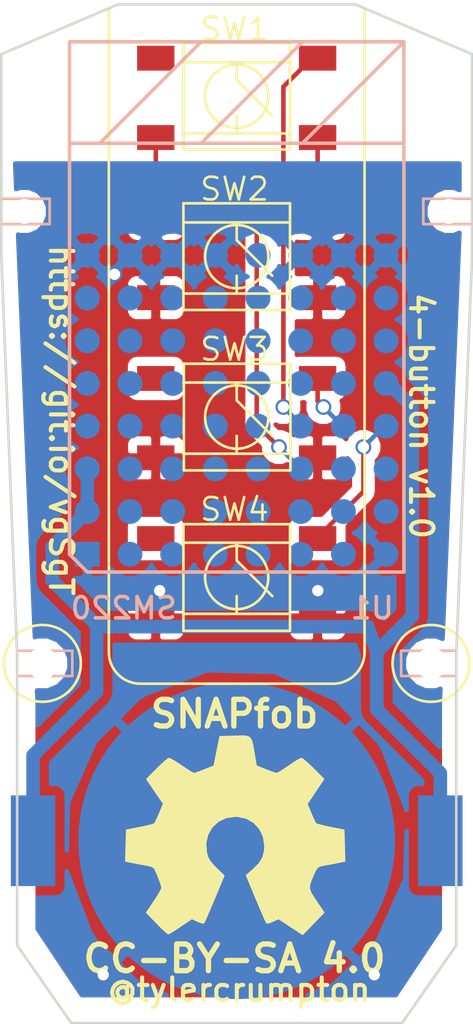
<source format=kicad_pcb>
(kicad_pcb (version 4) (host pcbnew "(2014-12-04 BZR 5312)-product")

  (general
    (links 29)
    (no_connects 4)
    (area 124.434686 50.371 161.9774 109.064)
    (thickness 1.6)
    (drawings 5)
    (tracks 59)
    (zones 0)
    (modules 8)
    (nets 39)
  )

  (page A4)
  (layers
    (0 F.Cu signal)
    (31 B.Cu signal)
    (32 B.Adhes user)
    (33 F.Adhes user)
    (34 B.Paste user)
    (35 F.Paste user)
    (36 B.SilkS user)
    (37 F.SilkS user hide)
    (38 B.Mask user)
    (39 F.Mask user)
    (40 Dwgs.User user)
    (41 Cmts.User user)
    (42 Eco1.User user)
    (43 Eco2.User user)
    (44 Edge.Cuts user)
    (45 Margin user)
    (46 B.CrtYd user)
    (47 F.CrtYd user)
    (48 B.Fab user)
    (49 F.Fab user)
  )

  (setup
    (last_trace_width 0.254)
    (trace_clearance 0.254)
    (zone_clearance 0.508)
    (zone_45_only no)
    (trace_min 0.254)
    (segment_width 0.2)
    (edge_width 0.1)
    (via_size 0.889)
    (via_drill 0.635)
    (via_min_size 0.889)
    (via_min_drill 0.508)
    (uvia_size 0.508)
    (uvia_drill 0.127)
    (uvias_allowed no)
    (uvia_min_size 0.508)
    (uvia_min_drill 0.127)
    (pcb_text_width 0.3)
    (pcb_text_size 1.5 1.5)
    (mod_edge_width 0.15)
    (mod_text_size 1 1)
    (mod_text_width 0.15)
    (pad_size 2.54 5.08)
    (pad_drill 0)
    (pad_to_mask_clearance 0)
    (aux_axis_origin 0 0)
    (visible_elements FFFFFF7F)
    (pcbplotparams
      (layerselection 0x01030_80000001)
      (usegerberextensions false)
      (excludeedgelayer true)
      (linewidth 0.100000)
      (plotframeref false)
      (viasonmask false)
      (mode 1)
      (useauxorigin false)
      (hpglpennumber 1)
      (hpglpenspeed 20)
      (hpglpendiameter 15)
      (hpglpenoverlay 2)
      (psnegative false)
      (psa4output false)
      (plotreference true)
      (plotvalue true)
      (plotinvisibletext false)
      (padsonsilk false)
      (subtractmaskfromsilk false)
      (outputformat 4)
      (mirror false)
      (drillshape 0)
      (scaleselection 1)
      (outputdirectory outputs/))
  )

  (net 0 "")
  (net 1 +3.3V)
  (net 2 GND)
  (net 3 "Net-(SW1-Pad1)")
  (net 4 "Net-(SW2-Pad1)")
  (net 5 "Net-(SW3-Pad1)")
  (net 6 "Net-(SW4-Pad1)")
  (net 7 "Net-(U1-PadB1)")
  (net 8 "Net-(U1-PadC1)")
  (net 9 "Net-(U1-PadD1)")
  (net 10 "Net-(U1-PadE1)")
  (net 11 "Net-(U1-PadF1)")
  (net 12 "Net-(U1-PadG1)")
  (net 13 "Net-(U1-PadB2)")
  (net 14 "Net-(U1-PadC2)")
  (net 15 "Net-(U1-PadD2)")
  (net 16 "Net-(U1-PadE2)")
  (net 17 "Net-(U1-PadF2)")
  (net 18 "Net-(U1-PadG2)")
  (net 19 "Net-(U1-PadH2)")
  (net 20 "Net-(U1-PadB3)")
  (net 21 "Net-(U1-PadC3)")
  (net 22 "Net-(U1-PadD3)")
  (net 23 "Net-(U1-PadE3)")
  (net 24 "Net-(U1-PadG3)")
  (net 25 "Net-(U1-PadH3)")
  (net 26 "Net-(U1-PadA4)")
  (net 27 "Net-(U1-PadB4)")
  (net 28 "Net-(U1-PadC4)")
  (net 29 "Net-(U1-PadA5)")
  (net 30 "Net-(U1-PadB5)")
  (net 31 "Net-(U1-PadC5)")
  (net 32 "Net-(U1-PadG5)")
  (net 33 "Net-(U1-PadA6)")
  (net 34 "Net-(U1-PadB6)")
  (net 35 "Net-(U1-PadH6)")
  (net 36 "Net-(U1-PadA7)")
  (net 37 "Net-(U1-PadB7)")
  (net 38 "Net-(U1-PadE8)")

  (net_class Default "This is the default net class."
    (clearance 0.254)
    (trace_width 0.254)
    (via_dia 0.889)
    (via_drill 0.635)
    (uvia_dia 0.508)
    (uvia_drill 0.127)
    (add_net GND)
    (add_net "Net-(SW1-Pad1)")
    (add_net "Net-(SW2-Pad1)")
    (add_net "Net-(SW3-Pad1)")
    (add_net "Net-(SW4-Pad1)")
    (add_net "Net-(U1-PadA4)")
    (add_net "Net-(U1-PadA5)")
    (add_net "Net-(U1-PadA6)")
    (add_net "Net-(U1-PadA7)")
    (add_net "Net-(U1-PadB1)")
    (add_net "Net-(U1-PadB2)")
    (add_net "Net-(U1-PadB3)")
    (add_net "Net-(U1-PadB4)")
    (add_net "Net-(U1-PadB5)")
    (add_net "Net-(U1-PadB6)")
    (add_net "Net-(U1-PadB7)")
    (add_net "Net-(U1-PadC1)")
    (add_net "Net-(U1-PadC2)")
    (add_net "Net-(U1-PadC3)")
    (add_net "Net-(U1-PadC4)")
    (add_net "Net-(U1-PadC5)")
    (add_net "Net-(U1-PadD1)")
    (add_net "Net-(U1-PadD2)")
    (add_net "Net-(U1-PadD3)")
    (add_net "Net-(U1-PadE1)")
    (add_net "Net-(U1-PadE2)")
    (add_net "Net-(U1-PadE3)")
    (add_net "Net-(U1-PadE8)")
    (add_net "Net-(U1-PadF1)")
    (add_net "Net-(U1-PadF2)")
    (add_net "Net-(U1-PadG1)")
    (add_net "Net-(U1-PadG2)")
    (add_net "Net-(U1-PadG3)")
    (add_net "Net-(U1-PadG5)")
    (add_net "Net-(U1-PadH2)")
    (add_net "Net-(U1-PadH3)")
    (add_net "Net-(U1-PadH6)")
  )

  (net_class VCC ""
    (clearance 0.254)
    (trace_width 0.762)
    (via_dia 0.889)
    (via_drill 0.635)
    (uvia_dia 0.508)
    (uvia_drill 0.127)
    (add_net +3.3V)
  )

  (module _CrumpPrints:CR2032_HOLDER (layer B.Cu) (tedit 56C162F5) (tstamp 56C0F93D)
    (at 142.125 97.875)
    (descr http://www.mouser.com/ds/2/238/bat-hld-001-220194.pdf)
    (tags "Linx Battery Holder 2032 bat-hld-001")
    (path /56C0EED7)
    (fp_text reference BT1 (at 0 -10.16) (layer B.SilkS) hide
      (effects (font (size 1 1) (thickness 0.15)) (justify mirror))
    )
    (fp_text value BATTERY (at 0 10.16) (layer B.SilkS) hide
      (effects (font (size 1 1) (thickness 0.15)) (justify mirror))
    )
    (pad 1 smd rect (at -11.45 0) (size 2.5 5.1) (layers B.Cu B.Paste B.Mask)
      (net 1 +3.3V))
    (pad 1 smd rect (at 11.45 0) (size 2.5 5.1) (layers B.Cu B.Paste B.Mask)
      (net 1 +3.3V))
    (pad 2 smd circle (at 0 0) (size 17.8 17.8) (layers B.Cu B.Paste B.Mask)
      (net 2 GND))
  )

  (module _CrumpPrints:6x6mm_pushbutton_smd (layer F.Cu) (tedit 56C0FB30) (tstamp 56C0F94B)
    (at 142.125 56.125)
    (descr "Based on TE Connectivity 2-1437565-8")
    (path /56C0E2E2)
    (fp_text reference SW1 (at 0 6) (layer F.SilkS) hide
      (effects (font (size 1.5 1.5) (thickness 0.15)))
    )
    (fp_text value SW1 (at -0.125 -3.875) (layer F.SilkS)
      (effects (font (size 1.27 1.27) (thickness 0.15)))
    )
    (fp_line (start 0 2) (end 3 2) (layer F.SilkS) (width 0.15))
    (fp_line (start 0 1) (end 0 2) (layer F.SilkS) (width 0.15))
    (fp_line (start 0 2) (end -3 2) (layer F.SilkS) (width 0.15))
    (fp_line (start 0 -2) (end 0 -1) (layer F.SilkS) (width 0.15))
    (fp_line (start 0 -1) (end 2 1) (layer F.SilkS) (width 0.15))
    (fp_line (start -3 -2) (end 3 -2) (layer F.SilkS) (width 0.15))
    (pad 2 smd rect (at 4.55 2.23) (size 2.1 1.4) (layers F.Cu F.Paste F.Mask)
      (net 2 GND))
    (pad 2 smd rect (at -4.55 2.23) (size 2.1 1.4) (layers F.Cu F.Paste F.Mask)
      (net 2 GND))
    (pad 1 smd rect (at -4.55 -2.23) (size 2.1 1.4) (layers F.Cu F.Paste F.Mask)
      (net 3 "Net-(SW1-Pad1)"))
    (pad 1 smd rect (at 4.55 -2.23) (size 2.1 1.4) (layers F.Cu F.Paste F.Mask)
      (net 3 "Net-(SW1-Pad1)"))
  )

  (module _CrumpPrints:6x6mm_pushbutton_smd (layer F.Cu) (tedit 56C0FB13) (tstamp 56C0F959)
    (at 142.125 65.125)
    (descr "Based on TE Connectivity 2-1437565-8")
    (path /56C0ED6E)
    (fp_text reference SW2 (at 0 6) (layer F.SilkS) hide
      (effects (font (size 1.5 1.5) (thickness 0.15)))
    )
    (fp_text value SW2 (at -0.125 -3.875) (layer F.SilkS)
      (effects (font (size 1.27 1.27) (thickness 0.15)))
    )
    (fp_line (start 0 2) (end 3 2) (layer F.SilkS) (width 0.15))
    (fp_line (start 0 1) (end 0 2) (layer F.SilkS) (width 0.15))
    (fp_line (start 0 2) (end -3 2) (layer F.SilkS) (width 0.15))
    (fp_line (start 0 -2) (end 0 -1) (layer F.SilkS) (width 0.15))
    (fp_line (start 0 -1) (end 2 1) (layer F.SilkS) (width 0.15))
    (fp_line (start -3 -2) (end 3 -2) (layer F.SilkS) (width 0.15))
    (pad 2 smd rect (at 4.55 2.23) (size 2.1 1.4) (layers F.Cu F.Paste F.Mask)
      (net 2 GND))
    (pad 2 smd rect (at -4.55 2.23) (size 2.1 1.4) (layers F.Cu F.Paste F.Mask)
      (net 2 GND))
    (pad 1 smd rect (at -4.55 -2.23) (size 2.1 1.4) (layers F.Cu F.Paste F.Mask)
      (net 4 "Net-(SW2-Pad1)"))
    (pad 1 smd rect (at 4.55 -2.23) (size 2.1 1.4) (layers F.Cu F.Paste F.Mask)
      (net 4 "Net-(SW2-Pad1)"))
  )

  (module _CrumpPrints:6x6mm_pushbutton_smd (layer F.Cu) (tedit 56C0FB26) (tstamp 56C0F967)
    (at 142.125 74.125)
    (descr "Based on TE Connectivity 2-1437565-8")
    (path /56C0EDBF)
    (fp_text reference SW3 (at 0 6) (layer F.SilkS) hide
      (effects (font (size 1.5 1.5) (thickness 0.15)))
    )
    (fp_text value SW3 (at -0.125 -3.875) (layer F.SilkS)
      (effects (font (size 1.27 1.27) (thickness 0.15)))
    )
    (fp_line (start 0 2) (end 3 2) (layer F.SilkS) (width 0.15))
    (fp_line (start 0 1) (end 0 2) (layer F.SilkS) (width 0.15))
    (fp_line (start 0 2) (end -3 2) (layer F.SilkS) (width 0.15))
    (fp_line (start 0 -2) (end 0 -1) (layer F.SilkS) (width 0.15))
    (fp_line (start 0 -1) (end 2 1) (layer F.SilkS) (width 0.15))
    (fp_line (start -3 -2) (end 3 -2) (layer F.SilkS) (width 0.15))
    (pad 2 smd rect (at 4.55 2.23) (size 2.1 1.4) (layers F.Cu F.Paste F.Mask)
      (net 2 GND))
    (pad 2 smd rect (at -4.55 2.23) (size 2.1 1.4) (layers F.Cu F.Paste F.Mask)
      (net 2 GND))
    (pad 1 smd rect (at -4.55 -2.23) (size 2.1 1.4) (layers F.Cu F.Paste F.Mask)
      (net 5 "Net-(SW3-Pad1)"))
    (pad 1 smd rect (at 4.55 -2.23) (size 2.1 1.4) (layers F.Cu F.Paste F.Mask)
      (net 5 "Net-(SW3-Pad1)"))
  )

  (module _CrumpPrints:6x6mm_pushbutton_smd (layer F.Cu) (tedit 56C0FB2C) (tstamp 56C0F975)
    (at 142.125 83.125)
    (descr "Based on TE Connectivity 2-1437565-8")
    (path /56C0EDC5)
    (fp_text reference SW4 (at 0 6) (layer F.SilkS) hide
      (effects (font (size 1.5 1.5) (thickness 0.15)))
    )
    (fp_text value SW4 (at -0.125 -3.875) (layer F.SilkS)
      (effects (font (size 1.27 1.27) (thickness 0.15)))
    )
    (fp_line (start 0 2) (end 3 2) (layer F.SilkS) (width 0.15))
    (fp_line (start 0 1) (end 0 2) (layer F.SilkS) (width 0.15))
    (fp_line (start 0 2) (end -3 2) (layer F.SilkS) (width 0.15))
    (fp_line (start 0 -2) (end 0 -1) (layer F.SilkS) (width 0.15))
    (fp_line (start 0 -1) (end 2 1) (layer F.SilkS) (width 0.15))
    (fp_line (start -3 -2) (end 3 -2) (layer F.SilkS) (width 0.15))
    (pad 2 smd rect (at 4.55 2.23) (size 2.1 1.4) (layers F.Cu F.Paste F.Mask)
      (net 2 GND))
    (pad 2 smd rect (at -4.55 2.23) (size 2.1 1.4) (layers F.Cu F.Paste F.Mask)
      (net 2 GND))
    (pad 1 smd rect (at -4.55 -2.23) (size 2.1 1.4) (layers F.Cu F.Paste F.Mask)
      (net 6 "Net-(SW4-Pad1)"))
    (pad 1 smd rect (at 4.55 -2.23) (size 2.1 1.4) (layers F.Cu F.Paste F.Mask)
      (net 6 "Net-(SW4-Pad1)"))
  )

  (module _CrumpPrints:SM200 (layer B.Cu) (tedit 56C162FC) (tstamp 56C0F9C4)
    (at 142.125 73.375 180)
    (path /56C0E4A8)
    (fp_text reference U1 (at -7.62 -11.43 180) (layer B.SilkS)
      (effects (font (size 1.2 1.2) (thickness 0.2)) (justify mirror))
    )
    (fp_text value SM220 (at 6.35 -11.43 180) (layer B.SilkS)
      (effects (font (size 1.2 1.2) (thickness 0.2)) (justify mirror))
    )
    (fp_line (start 2 20.4) (end 7.7 14.7) (layer B.SilkS) (width 0.2))
    (fp_line (start -3.7 20.4) (end 2 14.7) (layer B.SilkS) (width 0.2))
    (fp_line (start -9.4 20.4) (end -3.7 14.7) (layer B.SilkS) (width 0.2))
    (fp_line (start -9.4 14.7) (end 9.4 14.7) (layer B.SilkS) (width 0.2))
    (fp_line (start 9.4 9.4) (end 9.4 20.4) (layer B.SilkS) (width 0.2))
    (fp_line (start 9.4 20.4) (end -9.4 20.4) (layer B.SilkS) (width 0.2))
    (fp_line (start -9.4 20.4) (end -9.4 9.4) (layer B.SilkS) (width 0.2))
    (fp_line (start 9.4 -8.4) (end 8.4 -9.4) (layer B.SilkS) (width 0.2))
    (fp_line (start 8.4 -9.4) (end -9.4 -9.4) (layer B.SilkS) (width 0.2))
    (fp_line (start -9.4 -9.4) (end -9.4 9.4) (layer B.SilkS) (width 0.2))
    (fp_line (start 9.4 9.4) (end 9.4 -8.4) (layer B.SilkS) (width 0.2))
    (pad A1 smd rect (at 8.4 -8.4 90) (size 1.4 1.4) (layers B.Cu B.Paste B.Mask)
      (net 2 GND))
    (pad B1 smd circle (at 6 -8.4 90) (size 1.4 1.4) (layers B.Cu B.Paste B.Mask)
      (net 7 "Net-(U1-PadB1)"))
    (pad C1 smd circle (at 3.6 -8.4 90) (size 1.4 1.4) (layers B.Cu B.Paste B.Mask)
      (net 8 "Net-(U1-PadC1)"))
    (pad D1 smd circle (at 1.2 -8.4 90) (size 1.4 1.4) (layers B.Cu B.Paste B.Mask)
      (net 9 "Net-(U1-PadD1)"))
    (pad E1 smd circle (at -1.2 -8.4 90) (size 1.4 1.4) (layers B.Cu B.Paste B.Mask)
      (net 10 "Net-(U1-PadE1)"))
    (pad F1 smd circle (at -3.6 -8.4 90) (size 1.4 1.4) (layers B.Cu B.Paste B.Mask)
      (net 11 "Net-(U1-PadF1)"))
    (pad G1 smd circle (at -6 -8.4 90) (size 1.4 1.4) (layers B.Cu B.Paste B.Mask)
      (net 12 "Net-(U1-PadG1)"))
    (pad H1 smd circle (at -8.4 -8.4 90) (size 1.4 1.4) (layers B.Cu B.Paste B.Mask)
      (net 2 GND))
    (pad A2 smd circle (at 8.4 -6 90) (size 1.4 1.4) (layers B.Cu B.Paste B.Mask)
      (net 1 +3.3V))
    (pad B2 smd circle (at 6 -6 90) (size 1.4 1.4) (layers B.Cu B.Paste B.Mask)
      (net 13 "Net-(U1-PadB2)"))
    (pad C2 smd circle (at 3.6 -6 90) (size 1.4 1.4) (layers B.Cu B.Paste B.Mask)
      (net 14 "Net-(U1-PadC2)"))
    (pad D2 smd circle (at 1.2 -6 90) (size 1.4 1.4) (layers B.Cu B.Paste B.Mask)
      (net 15 "Net-(U1-PadD2)"))
    (pad E2 smd circle (at -1.2 -6 90) (size 1.4 1.4) (layers B.Cu B.Paste B.Mask)
      (net 16 "Net-(U1-PadE2)"))
    (pad F2 smd circle (at -3.6 -6 90) (size 1.4 1.4) (layers B.Cu B.Paste B.Mask)
      (net 17 "Net-(U1-PadF2)"))
    (pad G2 smd circle (at -6 -6 90) (size 1.4 1.4) (layers B.Cu B.Paste B.Mask)
      (net 18 "Net-(U1-PadG2)"))
    (pad H2 smd circle (at -8.4 -6 90) (size 1.4 1.4) (layers B.Cu B.Paste B.Mask)
      (net 19 "Net-(U1-PadH2)"))
    (pad A3 smd circle (at 8.4 -3.6 90) (size 1.4 1.4) (layers B.Cu B.Paste B.Mask)
      (net 1 +3.3V))
    (pad B3 smd circle (at 6 -3.6 90) (size 1.4 1.4) (layers B.Cu B.Paste B.Mask)
      (net 20 "Net-(U1-PadB3)"))
    (pad C3 smd circle (at 3.6 -3.6 90) (size 1.4 1.4) (layers B.Cu B.Paste B.Mask)
      (net 21 "Net-(U1-PadC3)"))
    (pad D3 smd circle (at 1.2 -3.6 90) (size 1.4 1.4) (layers B.Cu B.Paste B.Mask)
      (net 22 "Net-(U1-PadD3)"))
    (pad E3 smd circle (at -1.2 -3.6 90) (size 1.4 1.4) (layers B.Cu B.Paste B.Mask)
      (net 23 "Net-(U1-PadE3)"))
    (pad F3 smd circle (at -3.6 -3.6 90) (size 1.4 1.4) (layers B.Cu B.Paste B.Mask)
      (net 4 "Net-(SW2-Pad1)"))
    (pad G3 smd circle (at -6 -3.6 90) (size 1.4 1.4) (layers B.Cu B.Paste B.Mask)
      (net 24 "Net-(U1-PadG3)"))
    (pad H3 smd circle (at -8.4 -3.6 90) (size 1.4 1.4) (layers B.Cu B.Paste B.Mask)
      (net 25 "Net-(U1-PadH3)"))
    (pad A4 smd circle (at 8.4 -1.2 90) (size 1.4 1.4) (layers B.Cu B.Paste B.Mask)
      (net 26 "Net-(U1-PadA4)"))
    (pad B4 smd circle (at 6 -1.2 90) (size 1.4 1.4) (layers B.Cu B.Paste B.Mask)
      (net 27 "Net-(U1-PadB4)"))
    (pad C4 smd circle (at 3.6 -1.2 90) (size 1.4 1.4) (layers B.Cu B.Paste B.Mask)
      (net 28 "Net-(U1-PadC4)"))
    (pad D4 smd circle (at 1.2 -1.2 90) (size 1.4 1.4) (layers B.Cu B.Paste B.Mask))
    (pad E4 smd circle (at -1.2 -1.2 90) (size 1.4 1.4) (layers B.Cu B.Paste B.Mask))
    (pad F4 smd circle (at -3.6 -1.2 90) (size 1.4 1.4) (layers B.Cu B.Paste B.Mask)
      (net 3 "Net-(SW1-Pad1)"))
    (pad G4 smd circle (at -6 -1.2 90) (size 1.4 1.4) (layers B.Cu B.Paste B.Mask)
      (net 5 "Net-(SW3-Pad1)"))
    (pad H4 smd circle (at -8.4 -1.2 90) (size 1.4 1.4) (layers B.Cu B.Paste B.Mask)
      (net 6 "Net-(SW4-Pad1)"))
    (pad A5 smd circle (at 8.4 1.2 90) (size 1.4 1.4) (layers B.Cu B.Paste B.Mask)
      (net 29 "Net-(U1-PadA5)"))
    (pad B5 smd circle (at 6 1.2 90) (size 1.4 1.4) (layers B.Cu B.Paste B.Mask)
      (net 30 "Net-(U1-PadB5)"))
    (pad C5 smd circle (at 3.6 1.2 90) (size 1.4 1.4) (layers B.Cu B.Paste B.Mask)
      (net 31 "Net-(U1-PadC5)"))
    (pad D5 smd circle (at 1.2 1.2 90) (size 1.4 1.4) (layers B.Cu B.Paste B.Mask))
    (pad E5 smd circle (at -1.2 1.2 90) (size 1.4 1.4) (layers B.Cu B.Paste B.Mask))
    (pad F5 smd circle (at -3.6 1.2 90) (size 1.4 1.4) (layers B.Cu B.Paste B.Mask))
    (pad G5 smd circle (at -6 1.2 90) (size 1.4 1.4) (layers B.Cu B.Paste B.Mask)
      (net 32 "Net-(U1-PadG5)"))
    (pad H5 smd circle (at -8.4 1.2 90) (size 1.4 1.4) (layers B.Cu B.Paste B.Mask)
      (net 1 +3.3V))
    (pad A6 smd circle (at 8.4 3.6 90) (size 1.4 1.4) (layers B.Cu B.Paste B.Mask)
      (net 33 "Net-(U1-PadA6)"))
    (pad B6 smd circle (at 6 3.6 90) (size 1.4 1.4) (layers B.Cu B.Paste B.Mask)
      (net 34 "Net-(U1-PadB6)"))
    (pad C6 smd circle (at 3.6 3.6 90) (size 1.4 1.4) (layers B.Cu B.Paste B.Mask))
    (pad D6 smd circle (at 1.2 3.6 90) (size 1.4 1.4) (layers B.Cu B.Paste B.Mask))
    (pad E6 smd circle (at -1.2 3.6 90) (size 1.4 1.4) (layers B.Cu B.Paste B.Mask))
    (pad F6 smd circle (at -3.6 3.6 90) (size 1.4 1.4) (layers B.Cu B.Paste B.Mask))
    (pad G6 smd circle (at -6 3.6 90) (size 1.4 1.4) (layers B.Cu B.Paste B.Mask))
    (pad H6 smd circle (at -8.4 3.6 90) (size 1.4 1.4) (layers B.Cu B.Paste B.Mask)
      (net 35 "Net-(U1-PadH6)"))
    (pad A7 smd circle (at 8.4 6 90) (size 1.4 1.4) (layers B.Cu B.Paste B.Mask)
      (net 36 "Net-(U1-PadA7)"))
    (pad B7 smd circle (at 6 6 90) (size 1.4 1.4) (layers B.Cu B.Paste B.Mask)
      (net 37 "Net-(U1-PadB7)"))
    (pad C7 smd circle (at 3.6 6 90) (size 1.4 1.4) (layers B.Cu B.Paste B.Mask))
    (pad D7 smd circle (at 1.2 6 90) (size 1.4 1.4) (layers B.Cu B.Paste B.Mask))
    (pad E7 smd circle (at -1.2 6 90) (size 1.4 1.4) (layers B.Cu B.Paste B.Mask))
    (pad F7 smd circle (at -3.6 6 90) (size 1.4 1.4) (layers B.Cu B.Paste B.Mask))
    (pad G7 smd circle (at -6 6 90) (size 1.4 1.4) (layers B.Cu B.Paste B.Mask))
    (pad H7 smd circle (at -8.4 6 90) (size 1.4 1.4) (layers B.Cu B.Paste B.Mask))
    (pad A8 smd circle (at 8.4 8.4 90) (size 1.4 1.4) (layers B.Cu B.Paste B.Mask)
      (net 2 GND))
    (pad B8 smd circle (at 6 8.4 90) (size 1.4 1.4) (layers B.Cu B.Paste B.Mask)
      (net 2 GND))
    (pad C8 smd circle (at 3.6 8.4 90) (size 1.4 1.4) (layers B.Cu B.Paste B.Mask)
      (net 2 GND))
    (pad D8 smd circle (at 1.2 8.4 90) (size 1.4 1.4) (layers B.Cu B.Paste B.Mask)
      (net 2 GND))
    (pad E8 smd circle (at -1.2 8.4 90) (size 1.4 1.4) (layers B.Cu B.Paste B.Mask)
      (net 38 "Net-(U1-PadE8)"))
    (pad F8 smd circle (at -3.6 8.4 90) (size 1.4 1.4) (layers B.Cu B.Paste B.Mask)
      (net 2 GND))
    (pad G8 smd circle (at -6 8.4 90) (size 1.4 1.4) (layers B.Cu B.Paste B.Mask)
      (net 2 GND))
    (pad H8 smd circle (at -8.4 8.4 90) (size 1.4 1.4) (layers B.Cu B.Paste B.Mask)
      (net 2 GND))
  )

  (module _CrumpPrints:FB-45-4 (layer F.Cu) (tedit 56C0D7FA) (tstamp 56C0FCBC)
    (at 142.125 50.875 90)
    (fp_text reference FB-45 (at -27.7368 15.7734 90) (layer F.SilkS) hide
      (effects (font (size 1.5 1.5) (thickness 0.15)))
    )
    (fp_text value VAL** (at -29.1338 -14.3256 90) (layer F.SilkS) hide
      (effects (font (size 1.5 1.5) (thickness 0.15)))
    )
    (fp_line (start -37.7444 -12.3444) (end -37.7444 -9.2456) (layer B.SilkS) (width 0.15))
    (fp_line (start -37.7444 -9.2456) (end -36.322 -9.2456) (layer B.SilkS) (width 0.15))
    (fp_line (start -36.322 -9.2456) (end -36.322 -12.3444) (layer B.SilkS) (width 0.15))
    (fp_line (start -36.322 9.2456) (end -37.7444 9.2456) (layer B.SilkS) (width 0.15))
    (fp_line (start -37.7444 9.2456) (end -37.7444 12.3444) (layer B.SilkS) (width 0.15))
    (fp_line (start -36.322 9.2456) (end -36.322 12.3444) (layer B.SilkS) (width 0.15))
    (fp_line (start -12.3444 10.4902) (end -12.3444 13.2334) (layer B.SilkS) (width 0.15))
    (fp_line (start -10.922 10.5156) (end -10.922 13.2334) (layer B.SilkS) (width 0.15))
    (fp_line (start -12.3444 10.4902) (end -10.922 10.4902) (layer B.SilkS) (width 0.15))
    (fp_line (start -10.922 -10.5156) (end -10.922 -13.2334) (layer B.SilkS) (width 0.15))
    (fp_line (start -12.3444 -10.5156) (end -12.3444 -13.2334) (layer B.SilkS) (width 0.15))
    (fp_line (start -12.3444 -10.5156) (end -10.922 -10.5156) (layer B.SilkS) (width 0.15))
    (fp_line (start -35.2044 -2.9972) (end -29.21 -2.9972) (layer F.SilkS) (width 0.15))
    (fp_line (start -29.21 -2.9972) (end -29.21 2.9972) (layer F.SilkS) (width 0.15))
    (fp_line (start -29.21 2.9972) (end -35.2044 2.9972) (layer F.SilkS) (width 0.15))
    (fp_line (start -35.2044 2.9972) (end -35.2044 -2.9972) (layer F.SilkS) (width 0.15))
    (fp_line (start -26.1874 -2.9718) (end -20.193 -2.9718) (layer F.SilkS) (width 0.15))
    (fp_line (start -20.193 -2.9718) (end -20.193 3.0226) (layer F.SilkS) (width 0.15))
    (fp_line (start -20.193 3.0226) (end -26.1874 3.0226) (layer F.SilkS) (width 0.15))
    (fp_line (start -26.1874 3.0226) (end -26.1874 -2.9718) (layer F.SilkS) (width 0.15))
    (fp_line (start -17.1704 -2.9972) (end -11.176 -2.9972) (layer F.SilkS) (width 0.15))
    (fp_line (start -11.176 -2.9972) (end -11.176 2.9972) (layer F.SilkS) (width 0.15))
    (fp_line (start -11.176 2.9972) (end -17.1704 2.9972) (layer F.SilkS) (width 0.15))
    (fp_line (start -17.1704 2.9972) (end -17.1704 -2.9972) (layer F.SilkS) (width 0.15))
    (fp_circle (center -32.2072 0) (end -32.2072 -1.778) (layer F.SilkS) (width 0.15))
    (fp_circle (center -23.1902 0) (end -23.1902 -1.778) (layer F.SilkS) (width 0.15))
    (fp_circle (center -14.1732 0) (end -14.1732 -1.778) (layer F.SilkS) (width 0.15))
    (fp_line (start -2.159 2.9972) (end -2.159 -2.9972) (layer F.SilkS) (width 0.15))
    (fp_line (start -2.159 -2.9972) (end -8.1534 -2.9972) (layer F.SilkS) (width 0.15))
    (fp_line (start -8.1534 -2.9972) (end -8.1534 2.9972) (layer F.SilkS) (width 0.15))
    (fp_line (start -8.1534 2.9972) (end -2.159 2.9972) (layer F.SilkS) (width 0.15))
    (fp_circle (center -5.1562 0) (end -5.1562 -1.778) (layer F.SilkS) (width 0.15))
    (fp_line (start -12.3444 10.4902) (end -10.922 10.4902) (layer F.SilkS) (width 0.15))
    (fp_line (start -10.922 10.5156) (end -10.922 13.2334) (layer F.SilkS) (width 0.15))
    (fp_line (start -12.3444 10.4902) (end -12.3444 13.2334) (layer F.SilkS) (width 0.15))
    (fp_line (start -12.3444 -10.5156) (end -10.922 -10.5156) (layer F.SilkS) (width 0.15))
    (fp_line (start -12.3444 -10.5156) (end -12.3444 -13.2334) (layer F.SilkS) (width 0.15))
    (fp_line (start -10.922 -10.5156) (end -10.922 -13.2334) (layer F.SilkS) (width 0.15))
    (fp_circle (center -37.0332 10.922) (end -37.0332 8.763) (layer F.SilkS) (width 0.15))
    (fp_circle (center -37.0332 -10.922) (end -37.0332 -8.763) (layer F.SilkS) (width 0.15))
    (fp_line (start -36.3982 -7.1882) (end -0.2286 -7.1882) (layer F.SilkS) (width 0.15))
    (fp_line (start -36.3982 7.1882) (end -0.2286 7.1882) (layer F.SilkS) (width 0.15))
    (fp_line (start -38.1762 -5.4102) (end -38.1762 5.4102) (layer F.SilkS) (width 0.15))
    (fp_arc (start -36.3982 5.4102) (end -36.3982 7.1882) (angle 90) (layer F.SilkS) (width 0.15))
    (fp_arc (start -36.3982 -5.4102) (end -38.1762 -5.4102) (angle 90) (layer F.SilkS) (width 0.15))
    (fp_line (start -52.8828 12.3444) (end -57.2516 9.2964) (layer Edge.Cuts) (width 0.15))
    (fp_line (start -57.2516 9.2964) (end -57.2516 -9.2964) (layer Edge.Cuts) (width 0.15))
    (fp_line (start -52.8828 -12.3444) (end -57.2516 -9.2964) (layer Edge.Cuts) (width 0.15))
    (fp_line (start 0 0) (end 0 6.6802) (layer Edge.Cuts) (width 0.15))
    (fp_line (start 0 6.6802) (end -2.794 13.2334) (layer Edge.Cuts) (width 0.15))
    (fp_line (start -2.794 13.2334) (end -14.1224 13.2334) (layer Edge.Cuts) (width 0.15))
    (fp_line (start -14.1224 13.2334) (end -36.5252 12.3444) (layer Edge.Cuts) (width 0.15))
    (fp_line (start -36.5252 12.3444) (end -52.8828 12.3444) (layer Edge.Cuts) (width 0.15))
    (fp_line (start 0 0) (end 0 -6.6802) (layer Edge.Cuts) (width 0.15))
    (fp_line (start 0 -6.6802) (end -2.794 -13.2334) (layer Edge.Cuts) (width 0.15))
    (fp_line (start -2.794 -13.2334) (end -14.1224 -13.2334) (layer Edge.Cuts) (width 0.15))
    (fp_line (start -14.1224 -13.2334) (end -36.5252 -12.3444) (layer Edge.Cuts) (width 0.15))
    (fp_line (start -36.5252 -12.3444) (end -52.8828 -12.3444) (layer Edge.Cuts) (width 0.15))
    (pad "" np_thru_hole circle (at -11.6332 -11.938 90) (size 1.397 1.397) (drill 1.397) (layers *.Cu *.Mask F.SilkS))
    (pad "" np_thru_hole circle (at -11.6332 11.938 90) (size 1.397 1.397) (drill 1.397) (layers *.Cu *.Mask F.SilkS))
    (pad "" np_thru_hole circle (at -37.0332 -10.922 90) (size 1.778 1.778) (drill 1.778) (layers *.Cu *.Mask F.SilkS))
    (pad "" np_thru_hole circle (at -37.0332 10.922 90) (size 1.778 1.778) (drill 1.778) (layers *.Cu *.Mask F.SilkS))
  )

  (module _CrumpPrintSymbols:Symbol_OSHW-Logo_12.5mm_NoText_Silkscreen (layer F.Cu) (tedit 54F93AD9) (tstamp 56C10452)
    (at 142 97.5)
    (fp_text reference G*** (at 0 0) (layer F.SilkS) hide
      (effects (font (thickness 0.3)))
    )
    (fp_text value LOGO (at 0.75 0) (layer F.SilkS) hide
      (effects (font (thickness 0.3)))
    )
    (fp_poly (pts (xy 6.186444 1.510795) (xy 5.739055 1.598946) (xy 5.407619 1.66271) (xy 5.083407 1.72269)
      (xy 4.964541 1.743777) (xy 4.770372 1.792122) (xy 4.639717 1.882689) (xy 4.527433 2.059029)
      (xy 4.437704 2.252043) (xy 4.282738 2.614376) (xy 4.201874 2.87563) (xy 4.199782 3.089168)
      (xy 4.281135 3.308355) (xy 4.450602 3.586557) (xy 4.570131 3.764897) (xy 5.006375 4.411382)
      (xy 4.416979 5.016138) (xy 3.827584 5.620893) (xy 3.152085 5.177415) (xy 2.476586 4.733937)
      (xy 2.170689 4.879809) (xy 1.96805 4.961694) (xy 1.837057 4.987377) (xy 1.820353 4.981242)
      (xy 1.774541 4.891911) (xy 1.675942 4.672863) (xy 1.536255 4.350958) (xy 1.367177 3.953053)
      (xy 1.232971 3.632568) (xy 0.690029 2.328333) (xy 1.066889 2.002357) (xy 1.408976 1.657933)
      (xy 1.614569 1.315009) (xy 1.708301 0.923012) (xy 1.721118 0.659281) (xy 1.644396 0.14112)
      (xy 1.427912 -0.30732) (xy 1.093668 -0.663905) (xy 0.663664 -0.906504) (xy 0.159904 -1.012983)
      (xy 0.055747 -1.016) (xy -0.470501 -0.94035) (xy -0.919998 -0.728237) (xy -1.275002 -0.401916)
      (xy -1.517769 0.016356) (xy -1.630559 0.504323) (xy -1.595628 1.039729) (xy -1.593 1.052173)
      (xy -1.512786 1.321452) (xy -1.379524 1.554837) (xy -1.157097 1.810103) (xy -1.056396 1.910529)
      (xy -0.610517 2.345846) (xy -1.151871 3.642313) (xy -1.334817 4.07696) (xy -1.496677 4.454953)
      (xy -1.625708 4.749392) (xy -1.710173 4.933377) (xy -1.736676 4.982231) (xy -1.832647 4.97664)
      (xy -2.019586 4.90985) (xy -2.090349 4.877747) (xy -2.40057 4.729813) (xy -3.029339 5.158906)
      (xy -3.314754 5.34926) (xy -3.547541 5.496287) (xy -3.692612 5.578192) (xy -3.720164 5.588)
      (xy -3.801954 5.530818) (xy -3.971288 5.37706) (xy -4.199599 5.153405) (xy -4.351232 4.998605)
      (xy -4.920244 4.409211) (xy -4.492122 3.774762) (xy -4.301465 3.479634) (xy -4.154501 3.228182)
      (xy -4.073255 3.059195) (xy -4.064 3.02078) (xy -4.095988 2.876332) (xy -4.176874 2.636217)
      (xy -4.284047 2.358261) (xy -4.394891 2.100289) (xy -4.486795 1.920128) (xy -4.505155 1.89269)
      (xy -4.631335 1.815355) (xy -4.848115 1.749891) (xy -4.892517 1.741406) (xy -5.167395 1.691793)
      (xy -5.503115 1.628387) (xy -5.65439 1.598946) (xy -6.101779 1.510795) (xy -6.077723 0.649564)
      (xy -6.053667 -0.211667) (xy -5.296156 -0.359578) (xy -4.955127 -0.431557) (xy -4.679353 -0.499833)
      (xy -4.509854 -0.553789) (xy -4.478509 -0.571245) (xy -4.41746 -0.677085) (xy -4.315322 -0.893142)
      (xy -4.194741 -1.171385) (xy -3.97111 -1.70777) (xy -4.441899 -2.395909) (xy -4.912688 -3.084048)
      (xy -4.342448 -3.658691) (xy -4.086931 -3.906926) (xy -3.869443 -4.101234) (xy -3.720839 -4.214885)
      (xy -3.67918 -4.233334) (xy -3.57147 -4.187923) (xy -3.363347 -4.066639) (xy -3.09228 -3.891899)
      (xy -2.971637 -3.81) (xy -2.687838 -3.620163) (xy -2.454218 -3.474369) (xy -2.307181 -3.394903)
      (xy -2.280118 -3.386667) (xy -2.167354 -3.416216) (xy -1.946304 -3.493622) (xy -1.669454 -3.600306)
      (xy -1.135793 -3.813946) (xy -0.970064 -4.637473) (xy -0.804334 -5.461) (xy 0.022092 -5.485244)
      (xy 0.396071 -5.496272) (xy 0.652567 -5.485958) (xy 0.819385 -5.428102) (xy 0.92433 -5.296505)
      (xy 0.995208 -5.064969) (xy 1.059825 -4.707294) (xy 1.098855 -4.470685) (xy 1.207741 -3.819037)
      (xy 1.747761 -3.602852) (xy 2.031832 -3.493904) (xy 2.25712 -3.416228) (xy 2.374697 -3.386667)
      (xy 2.479332 -3.432585) (xy 2.683861 -3.55513) (xy 2.951114 -3.73149) (xy 3.064418 -3.810001)
      (xy 3.34719 -4.001347) (xy 3.583047 -4.147671) (xy 3.734283 -4.226094) (xy 3.762048 -4.233334)
      (xy 3.859384 -4.176585) (xy 4.042694 -4.024195) (xy 4.280969 -3.802947) (xy 4.425555 -3.660261)
      (xy 4.994236 -3.087189) (xy 4.527888 -2.390632) (xy 4.06154 -1.694075) (xy 4.282289 -1.164538)
      (xy 4.402631 -0.887059) (xy 4.503976 -0.673276) (xy 4.563175 -0.571245) (xy 4.668247 -0.52774)
      (xy 4.898961 -0.4649) (xy 5.214296 -0.393346) (xy 5.380822 -0.359578) (xy 6.138333 -0.211667)
      (xy 6.162389 0.649564) (xy 6.186444 1.510795) (xy 6.186444 1.510795)) (layer F.SilkS) (width 0.1))
  )

  (gr_text "4-button v1.0" (at 152.5 74 270) (layer F.SilkS)
    (effects (font (size 1.27 1.27) (thickness 0.2286)))
  )
  (gr_text https://git.io/vgSgT (at 132.25 74.25 270) (layer F.SilkS)
    (effects (font (size 1.27 1.27) (thickness 0.2286)))
  )
  (gr_text @tylercrumpton (at 142.25 106.25) (layer F.SilkS)
    (effects (font (size 1.27 1.27) (thickness 0.2286)))
  )
  (gr_text "CC-BY-SA 4.0" (at 142 104.5) (layer F.SilkS)
    (effects (font (size 1.5 1.5) (thickness 0.3)))
  )
  (gr_text SNAPfob (at 142 90.75) (layer F.SilkS)
    (effects (font (size 1.5 1.5) (thickness 0.3)))
  )

  (segment (start 134.25 85.845) (end 149.5 85.845) (width 0.762) (layer B.Cu) (net 1))
  (segment (start 149.5 85.845) (end 150 87.25) (width 0.762) (layer B.Cu) (net 1) (tstamp 56C10F8D))
  (segment (start 150.525 72.175) (end 150.675 72.175) (width 0.762) (layer B.Cu) (net 1))
  (segment (start 150.675 72.175) (end 152 73.5) (width 0.762) (layer B.Cu) (net 1) (tstamp 56C10F76))
  (segment (start 152 85.25) (end 150 87.25) (width 0.762) (layer B.Cu) (net 1) (tstamp 56C10F7A))
  (segment (start 152 73.5) (end 152 85.25) (width 0.762) (layer B.Cu) (net 1) (tstamp 56C10F78))
  (segment (start 150 87.25) (end 150 90.5) (width 0.762) (layer B.Cu) (net 1) (tstamp 56C10F7C))
  (segment (start 153.575 94.075) (end 153.575 97.875) (width 0.762) (layer B.Cu) (net 1) (tstamp 56C10F80))
  (segment (start 150 90.5) (end 153.575 94.075) (width 0.762) (layer B.Cu) (net 1) (tstamp 56C10F7F))
  (segment (start 133.725 79.375) (end 133.725 76.975) (width 0.762) (layer B.Cu) (net 1))
  (segment (start 130.675 97.875) (end 130.675 93.075) (width 0.762) (layer B.Cu) (net 1))
  (segment (start 131.75 81.35) (end 133.725 79.375) (width 0.762) (layer B.Cu) (net 1) (tstamp 56C10F6C))
  (segment (start 131.75 83.25) (end 131.75 81.35) (width 0.762) (layer B.Cu) (net 1) (tstamp 56C10F6B))
  (segment (start 134.25 85.75) (end 131.75 83.25) (width 0.762) (layer B.Cu) (net 1) (tstamp 56C10F6A))
  (segment (start 134.25 89.5) (end 134.25 85.845) (width 0.762) (layer B.Cu) (net 1) (tstamp 56C10F67))
  (segment (start 134.25 85.845) (end 134.25 85.75) (width 0.762) (layer B.Cu) (net 1) (tstamp 56C10F8B))
  (segment (start 130.675 93.075) (end 134.25 89.5) (width 0.762) (layer B.Cu) (net 1) (tstamp 56C10F60))
  (segment (start 146.675 58.355) (end 146.675 60.315) (width 0.254) (layer F.Cu) (net 2))
  (segment (start 146.675 60.315) (end 146.685 60.325) (width 0.254) (layer F.Cu) (net 2) (tstamp 56C15C0F))
  (segment (start 137.575 58.355) (end 137.575 60.105) (width 0.254) (layer F.Cu) (net 2))
  (segment (start 137.575 60.105) (end 137.795 60.325) (width 0.254) (layer F.Cu) (net 2) (tstamp 56C15C0C))
  (segment (start 137.575 67.355) (end 136.57 67.355) (width 0.254) (layer F.Cu) (net 2))
  (segment (start 136.57 67.355) (end 135.255 66.04) (width 0.254) (layer F.Cu) (net 2) (tstamp 56C15BD1))
  (via (at 135.255 66.04) (size 0.889) (layers F.Cu B.Cu) (net 2))
  (segment (start 142.125 97.875) (end 142.125 97.905) (width 0.254) (layer B.Cu) (net 2))
  (segment (start 142.125 97.905) (end 134.62 105.41) (width 0.254) (layer B.Cu) (net 2) (tstamp 56C15BC3))
  (via (at 134.62 105.41) (size 0.889) (layers F.Cu B.Cu) (net 2))
  (segment (start 142.125 97.875) (end 142.325 97.875) (width 0.254) (layer B.Cu) (net 2))
  (segment (start 142.325 97.875) (end 149.86 105.41) (width 0.254) (layer B.Cu) (net 2) (tstamp 56C15BB3))
  (via (at 149.86 105.41) (size 0.889) (layers F.Cu B.Cu) (net 2))
  (segment (start 146.675 85.355) (end 146.95 84.085) (width 0.254) (layer F.Cu) (net 2) (status 400000))
  (via (at 146.685 83.82) (size 0.889) (layers F.Cu B.Cu) (net 2))
  (segment (start 146.95 84.085) (end 146.685 83.82) (width 0.254) (layer F.Cu) (net 2) (tstamp 56C15BAD))
  (segment (start 137.575 85.355) (end 137.53 84.085) (width 0.254) (layer F.Cu) (net 2) (status 400000))
  (via (at 137.795 83.82) (size 0.889) (layers F.Cu B.Cu) (net 2))
  (segment (start 137.53 84.085) (end 137.795 83.82) (width 0.254) (layer F.Cu) (net 2) (tstamp 56C15B9F))
  (segment (start 146.675 53.895) (end 146.355 53.895) (width 0.254) (layer F.Cu) (net 3))
  (segment (start 146.355 53.895) (end 144.75 55.5) (width 0.254) (layer F.Cu) (net 3) (tstamp 56C10F0C))
  (segment (start 144.75 55.5) (end 144.75 73.5) (width 0.254) (layer F.Cu) (net 3) (tstamp 56C10F0F))
  (via (at 144.75 73.5) (size 0.889) (layers F.Cu B.Cu) (net 3))
  (segment (start 144.75 73.5) (end 145.725 74.475) (width 0.254) (layer B.Cu) (net 3) (tstamp 56C10F15))
  (segment (start 145.725 74.475) (end 145.725 74.575) (width 0.254) (layer B.Cu) (net 3) (tstamp 56C10F16))
  (segment (start 137.575 62.895) (end 142.645 62.895) (width 0.254) (layer F.Cu) (net 4))
  (segment (start 144.5 75.75) (end 145.725 76.975) (width 0.254) (layer B.Cu) (net 4) (tstamp 56C10EE8))
  (via (at 144.5 75.75) (size 0.889) (layers F.Cu B.Cu) (net 4))
  (segment (start 143.25 74.5) (end 144.5 75.75) (width 0.254) (layer F.Cu) (net 4) (tstamp 56C10EE5))
  (segment (start 143.25 63.5) (end 143.25 74.5) (width 0.254) (layer F.Cu) (net 4) (tstamp 56C10EE1))
  (segment (start 142.645 62.895) (end 143.25 63.5) (width 0.254) (layer F.Cu) (net 4) (tstamp 56C10ED2))
  (segment (start 146.675 71.895) (end 146.675 73.175) (width 0.254) (layer F.Cu) (net 5))
  (segment (start 147 73.5) (end 148.075 74.575) (width 0.254) (layer B.Cu) (net 5) (tstamp 56C10F22))
  (via (at 147 73.5) (size 0.889) (layers F.Cu B.Cu) (net 5))
  (segment (start 146.675 73.175) (end 147 73.5) (width 0.254) (layer F.Cu) (net 5) (tstamp 56C10F20))
  (segment (start 148.075 74.575) (end 148.125 74.575) (width 0.254) (layer B.Cu) (net 5) (tstamp 56C10F23))
  (segment (start 146.675 80.895) (end 146.675 80.825) (width 0.254) (layer F.Cu) (net 6))
  (segment (start 146.675 80.825) (end 149.25 78.25) (width 0.254) (layer F.Cu) (net 6) (tstamp 56C10F26))
  (segment (start 149.25 78.25) (end 149.25 75.75) (width 0.254) (layer F.Cu) (net 6) (tstamp 56C10F2A))
  (via (at 149.25 75.75) (size 0.889) (layers F.Cu B.Cu) (net 6))
  (segment (start 149.25 75.75) (end 150.425 74.575) (width 0.254) (layer B.Cu) (net 6) (tstamp 56C10F2D))
  (segment (start 150.425 74.575) (end 150.525 74.575) (width 0.254) (layer B.Cu) (net 6) (tstamp 56C10F2E))

  (zone (net 2) (net_name GND) (layer F.Cu) (tstamp 56C1129F) (hatch edge 0.508)
    (connect_pads (clearance 0.508))
    (min_thickness 0.254)
    (fill yes (arc_segments 16) (thermal_gap 0.508) (thermal_bridge_width 0.508))
    (polygon
      (pts
        (xy 129.54 59.69) (xy 154.94 59.69) (xy 153.67 90.17) (xy 153.67 102.87) (xy 151.13 106.68)
        (xy 133.35 106.68) (xy 130.81 102.87) (xy 130.81 90.17) (xy 129.54 59.69)
      )
    )
    (filled_polygon
      (pts
        (xy 154.6484 61.307387) (xy 154.329413 61.174932) (xy 153.798914 61.174469) (xy 153.30862 61.377054) (xy 152.933173 61.751847)
        (xy 152.729732 62.241787) (xy 152.729269 62.772286) (xy 152.931854 63.26258) (xy 153.306647 63.638027) (xy 153.796587 63.841468)
        (xy 154.327086 63.841931) (xy 154.645372 63.710418) (xy 153.694682 86.526978) (xy 153.351472 86.384465) (xy 152.745188 86.383936)
        (xy 152.184851 86.615462) (xy 151.755769 87.043796) (xy 151.523265 87.603728) (xy 151.522736 88.210012) (xy 151.754262 88.770349)
        (xy 152.182596 89.199431) (xy 152.742528 89.431935) (xy 153.348812 89.432464) (xy 153.577558 89.337948) (xy 153.543 90.167355)
        (xy 153.543 102.831547) (xy 151.062032 106.553) (xy 150.329687 106.553) (xy 150.329687 75.536216) (xy 150.165689 75.139311)
        (xy 149.862286 74.835378) (xy 149.465668 74.670687) (xy 149.036216 74.670313) (xy 148.639311 74.834311) (xy 148.335378 75.137714)
        (xy 148.26663 75.303275) (xy 148.263327 75.295301) (xy 148.084698 75.116673) (xy 147.851309 75.02) (xy 146.96075 75.02)
        (xy 146.802 75.17875) (xy 146.802 76.228) (xy 146.822 76.228) (xy 146.822 76.482) (xy 146.802 76.482)
        (xy 146.802 77.53125) (xy 146.96075 77.69) (xy 147.851309 77.69) (xy 148.084698 77.593327) (xy 148.263327 77.414699)
        (xy 148.36 77.18131) (xy 148.36 76.928691) (xy 148.36 76.64075) (xy 148.201252 76.482002) (xy 148.36 76.482002)
        (xy 148.36 76.386422) (xy 148.488 76.514646) (xy 148.488 77.93437) (xy 148.36 78.06237) (xy 146.87481 79.54756)
        (xy 145.625 79.54756) (xy 145.382877 79.594537) (xy 145.170073 79.734327) (xy 145.027623 79.94536) (xy 144.97756 80.195)
        (xy 144.97756 81.595) (xy 145.024537 81.837123) (xy 145.164327 82.049927) (xy 145.37536 82.192377) (xy 145.625 82.24244)
        (xy 147.725 82.24244) (xy 147.967123 82.195463) (xy 148.179927 82.055673) (xy 148.322377 81.84464) (xy 148.37244 81.595)
        (xy 148.37244 80.20519) (xy 149.788815 78.788815) (xy 149.953996 78.541605) (xy 149.953996 78.541604) (xy 150.012 78.25)
        (xy 150.012 76.514641) (xy 150.164622 76.362286) (xy 150.329313 75.965668) (xy 150.329687 75.536216) (xy 150.329687 106.553)
        (xy 148.36 106.553) (xy 148.36 86.18131) (xy 148.36 85.928691) (xy 148.36 85.64075) (xy 148.36 85.06925)
        (xy 148.36 84.781309) (xy 148.36 84.52869) (xy 148.263327 84.295301) (xy 148.084698 84.116673) (xy 147.851309 84.02)
        (xy 146.96075 84.02) (xy 146.802 84.17875) (xy 146.802 85.228) (xy 148.20125 85.228) (xy 148.36 85.06925)
        (xy 148.36 85.64075) (xy 148.20125 85.482) (xy 146.802 85.482) (xy 146.802 86.53125) (xy 146.96075 86.69)
        (xy 147.851309 86.69) (xy 148.084698 86.593327) (xy 148.263327 86.414699) (xy 148.36 86.18131) (xy 148.36 106.553)
        (xy 146.548 106.553) (xy 146.548 86.53125) (xy 146.548 85.482) (xy 146.548 85.228) (xy 146.548 84.17875)
        (xy 146.38925 84.02) (xy 145.498691 84.02) (xy 145.265302 84.116673) (xy 145.086673 84.295301) (xy 144.99 84.52869)
        (xy 144.99 84.781309) (xy 144.99 85.06925) (xy 145.14875 85.228) (xy 146.548 85.228) (xy 146.548 85.482)
        (xy 145.14875 85.482) (xy 144.99 85.64075) (xy 144.99 85.928691) (xy 144.99 86.18131) (xy 145.086673 86.414699)
        (xy 145.265302 86.593327) (xy 145.498691 86.69) (xy 146.38925 86.69) (xy 146.548 86.53125) (xy 146.548 106.553)
        (xy 139.27244 106.553) (xy 139.27244 81.595) (xy 139.27244 80.195) (xy 139.27244 72.595) (xy 139.27244 71.195)
        (xy 139.26 71.130883) (xy 139.26 68.18131) (xy 139.26 67.928691) (xy 139.26 67.64075) (xy 139.26 67.06925)
        (xy 139.26 66.781309) (xy 139.26 66.52869) (xy 139.163327 66.295301) (xy 138.984698 66.116673) (xy 138.751309 66.02)
        (xy 137.86075 66.02) (xy 137.702 66.17875) (xy 137.702 67.228) (xy 139.10125 67.228) (xy 139.26 67.06925)
        (xy 139.26 67.64075) (xy 139.10125 67.482) (xy 137.702 67.482) (xy 137.702 68.53125) (xy 137.86075 68.69)
        (xy 138.751309 68.69) (xy 138.984698 68.593327) (xy 139.163327 68.414699) (xy 139.26 68.18131) (xy 139.26 71.130883)
        (xy 139.225463 70.952877) (xy 139.085673 70.740073) (xy 138.87464 70.597623) (xy 138.625 70.54756) (xy 137.448 70.54756)
        (xy 137.448 68.53125) (xy 137.448 67.482) (xy 137.448 67.228) (xy 137.448 66.17875) (xy 137.28925 66.02)
        (xy 136.398691 66.02) (xy 136.165302 66.116673) (xy 135.986673 66.295301) (xy 135.89 66.52869) (xy 135.89 66.781309)
        (xy 135.89 67.06925) (xy 136.04875 67.228) (xy 137.448 67.228) (xy 137.448 67.482) (xy 136.04875 67.482)
        (xy 135.89 67.64075) (xy 135.89 67.928691) (xy 135.89 68.18131) (xy 135.986673 68.414699) (xy 136.165302 68.593327)
        (xy 136.398691 68.69) (xy 137.28925 68.69) (xy 137.448 68.53125) (xy 137.448 70.54756) (xy 136.525 70.54756)
        (xy 136.282877 70.594537) (xy 136.070073 70.734327) (xy 135.927623 70.94536) (xy 135.87756 71.195) (xy 135.87756 72.595)
        (xy 135.924537 72.837123) (xy 136.064327 73.049927) (xy 136.27536 73.192377) (xy 136.525 73.24244) (xy 138.625 73.24244)
        (xy 138.867123 73.195463) (xy 139.079927 73.055673) (xy 139.222377 72.84464) (xy 139.27244 72.595) (xy 139.27244 80.195)
        (xy 139.26 80.130883) (xy 139.26 77.18131) (xy 139.26 76.928691) (xy 139.26 76.64075) (xy 139.26 76.06925)
        (xy 139.26 75.781309) (xy 139.26 75.52869) (xy 139.163327 75.295301) (xy 138.984698 75.116673) (xy 138.751309 75.02)
        (xy 137.86075 75.02) (xy 137.702 75.17875) (xy 137.702 76.228) (xy 139.10125 76.228) (xy 139.26 76.06925)
        (xy 139.26 76.64075) (xy 139.10125 76.482) (xy 137.702 76.482) (xy 137.702 77.53125) (xy 137.86075 77.69)
        (xy 138.751309 77.69) (xy 138.984698 77.593327) (xy 139.163327 77.414699) (xy 139.26 77.18131) (xy 139.26 80.130883)
        (xy 139.225463 79.952877) (xy 139.085673 79.740073) (xy 138.87464 79.597623) (xy 138.625 79.54756) (xy 137.448 79.54756)
        (xy 137.448 77.53125) (xy 137.448 76.482) (xy 137.448 76.228) (xy 137.448 75.17875) (xy 137.28925 75.02)
        (xy 136.398691 75.02) (xy 136.165302 75.116673) (xy 135.986673 75.295301) (xy 135.89 75.52869) (xy 135.89 75.781309)
        (xy 135.89 76.06925) (xy 136.04875 76.228) (xy 137.448 76.228) (xy 137.448 76.482) (xy 136.04875 76.482)
        (xy 135.89 76.64075) (xy 135.89 76.928691) (xy 135.89 77.18131) (xy 135.986673 77.414699) (xy 136.165302 77.593327)
        (xy 136.398691 77.69) (xy 137.28925 77.69) (xy 137.448 77.53125) (xy 137.448 79.54756) (xy 136.525 79.54756)
        (xy 136.282877 79.594537) (xy 136.070073 79.734327) (xy 135.927623 79.94536) (xy 135.87756 80.195) (xy 135.87756 81.595)
        (xy 135.924537 81.837123) (xy 136.064327 82.049927) (xy 136.27536 82.192377) (xy 136.525 82.24244) (xy 138.625 82.24244)
        (xy 138.867123 82.195463) (xy 139.079927 82.055673) (xy 139.222377 81.84464) (xy 139.27244 81.595) (xy 139.27244 106.553)
        (xy 139.26 106.553) (xy 139.26 86.18131) (xy 139.26 85.928691) (xy 139.26 85.64075) (xy 139.26 85.06925)
        (xy 139.26 84.781309) (xy 139.26 84.52869) (xy 139.163327 84.295301) (xy 138.984698 84.116673) (xy 138.751309 84.02)
        (xy 137.86075 84.02) (xy 137.702 84.17875) (xy 137.702 85.228) (xy 139.10125 85.228) (xy 139.26 85.06925)
        (xy 139.26 85.64075) (xy 139.10125 85.482) (xy 137.702 85.482) (xy 137.702 86.53125) (xy 137.86075 86.69)
        (xy 138.751309 86.69) (xy 138.984698 86.593327) (xy 139.163327 86.414699) (xy 139.26 86.18131) (xy 139.26 106.553)
        (xy 137.448 106.553) (xy 137.448 86.53125) (xy 137.448 85.482) (xy 137.448 85.228) (xy 137.448 84.17875)
        (xy 137.28925 84.02) (xy 136.398691 84.02) (xy 136.165302 84.116673) (xy 135.986673 84.295301) (xy 135.89 84.52869)
        (xy 135.89 84.781309) (xy 135.89 85.06925) (xy 136.04875 85.228) (xy 137.448 85.228) (xy 137.448 85.482)
        (xy 136.04875 85.482) (xy 135.89 85.64075) (xy 135.89 85.928691) (xy 135.89 86.18131) (xy 135.986673 86.414699)
        (xy 136.165302 86.593327) (xy 136.398691 86.69) (xy 137.28925 86.69) (xy 137.448 86.53125) (xy 137.448 106.553)
        (xy 133.417968 106.553) (xy 130.937 102.831547) (xy 130.937 90.167355) (xy 130.906357 89.431941) (xy 131.504812 89.432464)
        (xy 132.065149 89.200938) (xy 132.494231 88.772604) (xy 132.726735 88.212672) (xy 132.727264 87.606388) (xy 132.495738 87.046051)
        (xy 132.067404 86.616969) (xy 131.507472 86.384465) (xy 130.901188 86.383936) (xy 130.781419 86.433423) (xy 129.83867 63.807453)
        (xy 129.920587 63.841468) (xy 130.451086 63.841931) (xy 130.94138 63.639346) (xy 131.316827 63.264553) (xy 131.520268 62.774613)
        (xy 131.520731 62.244114) (xy 131.318146 61.75382) (xy 130.943353 61.378373) (xy 130.453413 61.174932) (xy 129.922914 61.174469)
        (xy 129.732245 61.253251) (xy 129.672402 59.817) (xy 143.988 59.817) (xy 143.988 63.379344) (xy 143.953996 63.208395)
        (xy 143.788815 62.961185) (xy 143.788815 62.961184) (xy 143.183815 62.356185) (xy 142.936605 62.191004) (xy 142.645 62.133)
        (xy 139.26041 62.133) (xy 139.225463 61.952877) (xy 139.085673 61.740073) (xy 138.87464 61.597623) (xy 138.625 61.54756)
        (xy 136.525 61.54756) (xy 136.282877 61.594537) (xy 136.070073 61.734327) (xy 135.927623 61.94536) (xy 135.87756 62.195)
        (xy 135.87756 63.595) (xy 135.924537 63.837123) (xy 136.064327 64.049927) (xy 136.27536 64.192377) (xy 136.525 64.24244)
        (xy 138.625 64.24244) (xy 138.867123 64.195463) (xy 139.079927 64.055673) (xy 139.222377 63.84464) (xy 139.260006 63.657)
        (xy 142.329369 63.657) (xy 142.488 63.81563) (xy 142.488 74.5) (xy 142.546004 74.791605) (xy 142.711185 75.038815)
        (xy 143.4205 75.74813) (xy 143.420313 75.963784) (xy 143.584311 76.360689) (xy 143.887714 76.664622) (xy 144.284332 76.829313)
        (xy 144.713784 76.829687) (xy 144.99 76.715556) (xy 144.99 76.928691) (xy 144.99 77.18131) (xy 145.086673 77.414699)
        (xy 145.265302 77.593327) (xy 145.498691 77.69) (xy 146.38925 77.69) (xy 146.548 77.53125) (xy 146.548 76.482)
        (xy 146.528 76.482) (xy 146.528 76.228) (xy 146.548 76.228) (xy 146.548 75.17875) (xy 146.38925 75.02)
        (xy 145.498691 75.02) (xy 145.355708 75.079225) (xy 145.112286 74.835378) (xy 144.715668 74.670687) (xy 144.498127 74.670497)
        (xy 144.316484 74.488854) (xy 144.534332 74.579313) (xy 144.963784 74.579687) (xy 145.360689 74.415689) (xy 145.664622 74.112286)
        (xy 145.829313 73.715668) (xy 145.829687 73.286216) (xy 145.811599 73.24244) (xy 145.926414 73.24244) (xy 145.930193 73.261437)
        (xy 145.920687 73.284332) (xy 145.920313 73.713784) (xy 146.084311 74.110689) (xy 146.387714 74.414622) (xy 146.784332 74.579313)
        (xy 147.213784 74.579687) (xy 147.610689 74.415689) (xy 147.914622 74.112286) (xy 148.079313 73.715668) (xy 148.079687 73.286216)
        (xy 148.026163 73.156679) (xy 148.179927 73.055673) (xy 148.322377 72.84464) (xy 148.37244 72.595) (xy 148.37244 71.195)
        (xy 148.36 71.130883) (xy 148.36 68.18131) (xy 148.36 67.928691) (xy 148.36 67.64075) (xy 148.36 67.06925)
        (xy 148.36 66.781309) (xy 148.36 66.52869) (xy 148.263327 66.295301) (xy 148.084698 66.116673) (xy 147.851309 66.02)
        (xy 146.96075 66.02) (xy 146.802 66.17875) (xy 146.802 67.228) (xy 148.20125 67.228) (xy 148.36 67.06925)
        (xy 148.36 67.64075) (xy 148.20125 67.482) (xy 146.802 67.482) (xy 146.802 68.53125) (xy 146.96075 68.69)
        (xy 147.851309 68.69) (xy 148.084698 68.593327) (xy 148.263327 68.414699) (xy 148.36 68.18131) (xy 148.36 71.130883)
        (xy 148.325463 70.952877) (xy 148.185673 70.740073) (xy 147.97464 70.597623) (xy 147.725 70.54756) (xy 145.625 70.54756)
        (xy 145.512 70.569484) (xy 145.512 68.69) (xy 146.38925 68.69) (xy 146.548 68.53125) (xy 146.548 67.482)
        (xy 146.528 67.482) (xy 146.528 67.228) (xy 146.548 67.228) (xy 146.548 66.17875) (xy 146.38925 66.02)
        (xy 145.512 66.02) (xy 145.512 64.219778) (xy 145.625 64.24244) (xy 147.725 64.24244) (xy 147.967123 64.195463)
        (xy 148.179927 64.055673) (xy 148.322377 63.84464) (xy 148.37244 63.595) (xy 148.37244 62.195) (xy 148.325463 61.952877)
        (xy 148.185673 61.740073) (xy 147.97464 61.597623) (xy 147.725 61.54756) (xy 145.625 61.54756) (xy 145.512 61.569484)
        (xy 145.512 59.817) (xy 154.6484 59.817) (xy 154.6484 61.307387)
      )
    )
  )
  (zone (net 2) (net_name GND) (layer B.Cu) (tstamp 56C1129F) (hatch edge 0.508)
    (connect_pads (clearance 0.508))
    (min_thickness 0.254)
    (fill yes (arc_segments 16) (thermal_gap 0.508) (thermal_bridge_width 0.508))
    (polygon
      (pts
        (xy 129.54 59.69) (xy 154.94 59.69) (xy 153.67 90.17) (xy 153.67 102.87) (xy 151.13 106.68)
        (xy 133.35 106.68) (xy 130.81 102.87) (xy 130.81 90.17) (xy 129.54 59.69)
      )
    )
    (filled_polygon
      (pts
        (xy 150.984 84.829159) (xy 150.405938 85.40722) (xy 150.342611 85.312445) (xy 150.253976 85.163989) (xy 150.232967 85.148352)
        (xy 150.21842 85.12658) (xy 150.074663 85.030524) (xy 149.935971 84.927294) (xy 149.910581 84.920887) (xy 149.888806 84.906338)
        (xy 149.719223 84.872605) (xy 149.551593 84.830311) (xy 149.525683 84.834108) (xy 149.5 84.829) (xy 134.76584 84.829)
        (xy 133.04684 83.11) (xy 133.151309 83.11) (xy 133.43925 83.11) (xy 133.598 82.95125) (xy 133.598 81.902)
        (xy 133.578 81.902) (xy 133.578 81.648) (xy 133.598 81.648) (xy 133.598 81.628) (xy 133.852 81.628)
        (xy 133.852 81.648) (xy 133.872 81.648) (xy 133.872 81.902) (xy 133.852 81.902) (xy 133.852 82.95125)
        (xy 134.01075 83.11) (xy 134.298691 83.11) (xy 134.55131 83.11) (xy 134.784699 83.013327) (xy 134.963327 82.834698)
        (xy 135.06 82.601309) (xy 135.06 82.597764) (xy 135.367796 82.906098) (xy 135.858287 83.109768) (xy 136.389383 83.110231)
        (xy 136.880229 82.907418) (xy 137.256098 82.532204) (xy 137.324917 82.366468) (xy 137.392582 82.530229) (xy 137.767796 82.906098)
        (xy 138.258287 83.109768) (xy 138.789383 83.110231) (xy 139.280229 82.907418) (xy 139.656098 82.532204) (xy 139.724917 82.366468)
        (xy 139.792582 82.530229) (xy 140.167796 82.906098) (xy 140.658287 83.109768) (xy 141.189383 83.110231) (xy 141.680229 82.907418)
        (xy 142.056098 82.532204) (xy 142.124917 82.366468) (xy 142.192582 82.530229) (xy 142.567796 82.906098) (xy 143.058287 83.109768)
        (xy 143.589383 83.110231) (xy 144.080229 82.907418) (xy 144.456098 82.532204) (xy 144.524917 82.366468) (xy 144.592582 82.530229)
        (xy 144.967796 82.906098) (xy 145.458287 83.109768) (xy 145.989383 83.110231) (xy 146.480229 82.907418) (xy 146.856098 82.532204)
        (xy 146.924917 82.366468) (xy 146.992582 82.530229) (xy 147.367796 82.906098) (xy 147.858287 83.109768) (xy 148.389383 83.110231)
        (xy 148.880229 82.907418) (xy 149.256098 82.532204) (xy 149.318229 82.382574) (xy 149.353958 82.468831) (xy 149.589725 82.530669)
        (xy 150.345395 81.775) (xy 149.589725 81.019331) (xy 149.353958 81.081169) (xy 149.321214 81.174169) (xy 149.257418 81.019771)
        (xy 148.882204 80.643902) (xy 148.716468 80.575082) (xy 148.880229 80.507418) (xy 149.256098 80.132204) (xy 149.324917 79.966468)
        (xy 149.392582 80.130229) (xy 149.767796 80.506098) (xy 149.917425 80.568229) (xy 149.831169 80.603958) (xy 149.769331 80.839725)
        (xy 150.525 81.595395) (xy 150.539142 81.581252) (xy 150.718747 81.760857) (xy 150.704605 81.775) (xy 150.718747 81.789142)
        (xy 150.539142 81.968747) (xy 150.525 81.954605) (xy 149.769331 82.710275) (xy 149.831169 82.946042) (xy 150.332122 83.122419)
        (xy 150.86244 83.093664) (xy 150.984 83.043312) (xy 150.984 84.829159)
      )
    )
    (filled_polygon
      (pts
        (xy 153.543 102.831547) (xy 151.062032 106.553) (xy 146.124813 106.553) (xy 147.312479 106.097134) (xy 147.736099 105.81408)
        (xy 148.7967 104.726305) (xy 142.125 98.054605) (xy 135.4533 104.726305) (xy 136.513901 105.81408) (xy 138.173425 106.553)
        (xy 133.417968 106.553) (xy 130.937 102.831547) (xy 130.937 101.07244) (xy 131.925 101.07244) (xy 132.167123 101.025463)
        (xy 132.379927 100.885673) (xy 132.522377 100.67464) (xy 132.57244 100.425) (xy 132.57244 99.596327) (xy 133.902866 103.062479)
        (xy 134.18592 103.486099) (xy 135.273695 104.5467) (xy 141.945395 97.875) (xy 135.273695 91.2033) (xy 134.18592 92.263901)
        (xy 132.642972 95.729175) (xy 132.57244 98.419996) (xy 132.57244 95.325) (xy 132.525463 95.082877) (xy 132.385673 94.870073)
        (xy 132.17464 94.727623) (xy 131.925 94.67756) (xy 131.691 94.67756) (xy 131.691 93.49584) (xy 134.96842 90.218421)
        (xy 134.96842 90.21842) (xy 135.11558 89.998179) (xy 135.188661 89.888807) (xy 135.188662 89.888806) (xy 135.265999 89.5)
        (xy 135.266 89.5) (xy 135.266 86.861) (xy 148.783147 86.861) (xy 148.984 87.425394) (xy 148.984 90.5)
        (xy 149.048507 90.824299) (xy 149.061338 90.888807) (xy 149.28158 91.21842) (xy 152.559 94.49584) (xy 152.559 94.67756)
        (xy 152.325 94.67756) (xy 152.082877 94.724537) (xy 151.870073 94.864327) (xy 151.727623 95.07536) (xy 151.67756 95.325)
        (xy 151.67756 96.153672) (xy 150.347134 92.687521) (xy 150.06408 92.263901) (xy 148.976305 91.2033) (xy 148.7967 91.382905)
        (xy 148.7967 91.023695) (xy 147.736099 89.93592) (xy 144.270825 88.392972) (xy 140.478869 88.293577) (xy 136.937521 89.652866)
        (xy 136.513901 89.93592) (xy 135.4533 91.023695) (xy 142.125 97.695395) (xy 148.7967 91.023695) (xy 148.7967 91.382905)
        (xy 142.304605 97.875) (xy 148.976305 104.5467) (xy 150.06408 103.486099) (xy 151.607028 100.020825) (xy 151.67756 97.330003)
        (xy 151.67756 100.425) (xy 151.724537 100.667123) (xy 151.864327 100.879927) (xy 152.07536 101.022377) (xy 152.325 101.07244)
        (xy 153.543 101.07244) (xy 153.543 102.831547)
      )
    )
    (filled_polygon
      (pts
        (xy 154.6484 61.307387) (xy 154.329413 61.174932) (xy 153.798914 61.174469) (xy 153.30862 61.377054) (xy 152.933173 61.751847)
        (xy 152.729732 62.241787) (xy 152.729269 62.772286) (xy 152.931854 63.26258) (xy 153.306647 63.638027) (xy 153.796587 63.841468)
        (xy 154.327086 63.841931) (xy 154.645372 63.710418) (xy 153.694682 86.526978) (xy 153.351472 86.384465) (xy 152.745188 86.383936)
        (xy 152.184851 86.615462) (xy 151.755769 87.043796) (xy 151.523265 87.603728) (xy 151.522736 88.210012) (xy 151.754262 88.770349)
        (xy 152.182596 89.199431) (xy 152.742528 89.431935) (xy 153.348812 89.432464) (xy 153.577558 89.337948) (xy 153.543 90.167355)
        (xy 153.543 92.606159) (xy 151.016 90.079159) (xy 151.016 87.67084) (xy 152.71842 85.968421) (xy 152.71842 85.96842)
        (xy 152.938662 85.638807) (xy 152.938662 85.638806) (xy 152.951492 85.574299) (xy 153.015999 85.25) (xy 153.016 85.25)
        (xy 153.016 73.5) (xy 152.951492 73.1757) (xy 152.938662 73.111194) (xy 152.938662 73.111193) (xy 152.718421 72.78158)
        (xy 151.872419 71.935578) (xy 151.872419 65.167878) (xy 151.843664 64.63756) (xy 151.696042 64.281169) (xy 151.460275 64.219331)
        (xy 151.280669 64.398936) (xy 151.280669 64.039725) (xy 151.218831 63.803958) (xy 150.717878 63.627581) (xy 150.18756 63.656336)
        (xy 149.831169 63.803958) (xy 149.769331 64.039725) (xy 150.525 64.795395) (xy 151.280669 64.039725) (xy 151.280669 64.398936)
        (xy 150.704605 64.975) (xy 151.460275 65.730669) (xy 151.696042 65.668831) (xy 151.872419 65.167878) (xy 151.872419 71.935578)
        (xy 151.860219 71.923379) (xy 151.860231 71.910617) (xy 151.657418 71.419771) (xy 151.282204 71.043902) (xy 151.116468 70.975082)
        (xy 151.280229 70.907418) (xy 151.656098 70.532204) (xy 151.859768 70.041713) (xy 151.860231 69.510617) (xy 151.657418 69.019771)
        (xy 151.282204 68.643902) (xy 151.116468 68.575082) (xy 151.280229 68.507418) (xy 151.656098 68.132204) (xy 151.859768 67.641713)
        (xy 151.860231 67.110617) (xy 151.657418 66.619771) (xy 151.282204 66.243902) (xy 151.132574 66.18177) (xy 151.218831 66.146042)
        (xy 151.280669 65.910275) (xy 150.525 65.154605) (xy 150.345395 65.33421) (xy 150.345395 64.975) (xy 149.589725 64.219331)
        (xy 149.353958 64.281169) (xy 149.327347 64.356748) (xy 149.296042 64.281169) (xy 149.060275 64.219331) (xy 148.880669 64.398936)
        (xy 148.880669 64.039725) (xy 148.818831 63.803958) (xy 148.317878 63.627581) (xy 147.78756 63.656336) (xy 147.431169 63.803958)
        (xy 147.369331 64.039725) (xy 148.125 64.795395) (xy 148.880669 64.039725) (xy 148.880669 64.398936) (xy 148.304605 64.975)
        (xy 149.060275 65.730669) (xy 149.296042 65.668831) (xy 149.322652 65.593251) (xy 149.353958 65.668831) (xy 149.589725 65.730669)
        (xy 150.345395 64.975) (xy 150.345395 65.33421) (xy 149.769331 65.910275) (xy 149.831169 66.146042) (xy 149.924169 66.178785)
        (xy 149.769771 66.242582) (xy 149.393902 66.617796) (xy 149.325082 66.783531) (xy 149.257418 66.619771) (xy 148.882204 66.243902)
        (xy 148.732574 66.18177) (xy 148.818831 66.146042) (xy 148.880669 65.910275) (xy 148.125 65.154605) (xy 147.945395 65.33421)
        (xy 147.945395 64.975) (xy 147.189725 64.219331) (xy 146.953958 64.281169) (xy 146.927347 64.356748) (xy 146.896042 64.281169)
        (xy 146.660275 64.219331) (xy 146.480669 64.398936) (xy 146.480669 64.039725) (xy 146.418831 63.803958) (xy 145.917878 63.627581)
        (xy 145.38756 63.656336) (xy 145.031169 63.803958) (xy 144.969331 64.039725) (xy 145.725 64.795395) (xy 146.480669 64.039725)
        (xy 146.480669 64.398936) (xy 145.904605 64.975) (xy 146.660275 65.730669) (xy 146.896042 65.668831) (xy 146.922652 65.593251)
        (xy 146.953958 65.668831) (xy 147.189725 65.730669) (xy 147.945395 64.975) (xy 147.945395 65.33421) (xy 147.369331 65.910275)
        (xy 147.431169 66.146042) (xy 147.524169 66.178785) (xy 147.369771 66.242582) (xy 146.993902 66.617796) (xy 146.925082 66.783531)
        (xy 146.857418 66.619771) (xy 146.482204 66.243902) (xy 146.332574 66.18177) (xy 146.418831 66.146042) (xy 146.480669 65.910275)
        (xy 145.725 65.154605) (xy 144.969331 65.910275) (xy 145.031169 66.146042) (xy 145.124169 66.178785) (xy 144.969771 66.242582)
        (xy 144.593902 66.617796) (xy 144.525082 66.783531) (xy 144.457418 66.619771) (xy 144.082204 66.243902) (xy 143.916468 66.175082)
        (xy 144.080229 66.107418) (xy 144.456098 65.732204) (xy 144.518229 65.582574) (xy 144.553958 65.668831) (xy 144.789725 65.730669)
        (xy 145.545395 64.975) (xy 144.789725 64.219331) (xy 144.553958 64.281169) (xy 144.521214 64.374169) (xy 144.457418 64.219771)
        (xy 144.082204 63.843902) (xy 143.591713 63.640232) (xy 143.060617 63.639769) (xy 142.569771 63.842582) (xy 142.193902 64.217796)
        (xy 142.13177 64.367425) (xy 142.096042 64.281169) (xy 141.860275 64.219331) (xy 141.680669 64.398936) (xy 141.680669 64.039725)
        (xy 141.618831 63.803958) (xy 141.117878 63.627581) (xy 140.58756 63.656336) (xy 140.231169 63.803958) (xy 140.169331 64.039725)
        (xy 140.925 64.795395) (xy 141.680669 64.039725) (xy 141.680669 64.398936) (xy 141.104605 64.975) (xy 141.860275 65.730669)
        (xy 142.096042 65.668831) (xy 142.128785 65.57583) (xy 142.192582 65.730229) (xy 142.567796 66.106098) (xy 142.733531 66.174917)
        (xy 142.569771 66.242582) (xy 142.193902 66.617796) (xy 142.125082 66.783531) (xy 142.057418 66.619771) (xy 141.682204 66.243902)
        (xy 141.532574 66.18177) (xy 141.618831 66.146042) (xy 141.680669 65.910275) (xy 140.925 65.154605) (xy 140.745395 65.33421)
        (xy 140.745395 64.975) (xy 139.989725 64.219331) (xy 139.753958 64.281169) (xy 139.727347 64.356748) (xy 139.696042 64.281169)
        (xy 139.460275 64.219331) (xy 139.280669 64.398936) (xy 139.280669 64.039725) (xy 139.218831 63.803958) (xy 138.717878 63.627581)
        (xy 138.18756 63.656336) (xy 137.831169 63.803958) (xy 137.769331 64.039725) (xy 138.525 64.795395) (xy 139.280669 64.039725)
        (xy 139.280669 64.398936) (xy 138.704605 64.975) (xy 139.460275 65.730669) (xy 139.696042 65.668831) (xy 139.722652 65.593251)
        (xy 139.753958 65.668831) (xy 139.989725 65.730669) (xy 140.745395 64.975) (xy 140.745395 65.33421) (xy 140.169331 65.910275)
        (xy 140.231169 66.146042) (xy 140.324169 66.178785) (xy 140.169771 66.242582) (xy 139.793902 66.617796) (xy 139.725082 66.783531)
        (xy 139.657418 66.619771) (xy 139.282204 66.243902) (xy 139.132574 66.18177) (xy 139.218831 66.146042) (xy 139.280669 65.910275)
        (xy 138.525 65.154605) (xy 138.345395 65.33421) (xy 138.345395 64.975) (xy 137.589725 64.219331) (xy 137.353958 64.281169)
        (xy 137.327347 64.356748) (xy 137.296042 64.281169) (xy 137.060275 64.219331) (xy 136.880669 64.398936) (xy 136.880669 64.039725)
        (xy 136.818831 63.803958) (xy 136.317878 63.627581) (xy 135.78756 63.656336) (xy 135.431169 63.803958) (xy 135.369331 64.039725)
        (xy 136.125 64.795395) (xy 136.880669 64.039725) (xy 136.880669 64.398936) (xy 136.304605 64.975) (xy 137.060275 65.730669)
        (xy 137.296042 65.668831) (xy 137.322652 65.593251) (xy 137.353958 65.668831) (xy 137.589725 65.730669) (xy 138.345395 64.975)
        (xy 138.345395 65.33421) (xy 137.769331 65.910275) (xy 137.831169 66.146042) (xy 137.924169 66.178785) (xy 137.769771 66.242582)
        (xy 137.393902 66.617796) (xy 137.325082 66.783531) (xy 137.257418 66.619771) (xy 136.882204 66.243902) (xy 136.732574 66.18177)
        (xy 136.818831 66.146042) (xy 136.880669 65.910275) (xy 136.125 65.154605) (xy 135.945395 65.33421) (xy 135.945395 64.975)
        (xy 135.189725 64.219331) (xy 134.953958 64.281169) (xy 134.927347 64.356748) (xy 134.896042 64.281169) (xy 134.660275 64.219331)
        (xy 134.480669 64.398936) (xy 134.480669 64.039725) (xy 134.418831 63.803958) (xy 133.917878 63.627581) (xy 133.38756 63.656336)
        (xy 133.031169 63.803958) (xy 132.969331 64.039725) (xy 133.725 64.795395) (xy 134.480669 64.039725) (xy 134.480669 64.398936)
        (xy 133.904605 64.975) (xy 134.660275 65.730669) (xy 134.896042 65.668831) (xy 134.922652 65.593251) (xy 134.953958 65.668831)
        (xy 135.189725 65.730669) (xy 135.945395 64.975) (xy 135.945395 65.33421) (xy 135.369331 65.910275) (xy 135.431169 66.146042)
        (xy 135.524169 66.178785) (xy 135.369771 66.242582) (xy 134.993902 66.617796) (xy 134.925082 66.783531) (xy 134.857418 66.619771)
        (xy 134.482204 66.243902) (xy 134.332574 66.18177) (xy 134.418831 66.146042) (xy 134.480669 65.910275) (xy 133.725 65.154605)
        (xy 133.545395 65.33421) (xy 133.545395 64.975) (xy 132.789725 64.219331) (xy 132.553958 64.281169) (xy 132.377581 64.782122)
        (xy 132.406336 65.31244) (xy 132.553958 65.668831) (xy 132.789725 65.730669) (xy 133.545395 64.975) (xy 133.545395 65.33421)
        (xy 132.969331 65.910275) (xy 133.031169 66.146042) (xy 133.124169 66.178785) (xy 132.969771 66.242582) (xy 132.593902 66.617796)
        (xy 132.390232 67.108287) (xy 132.389769 67.639383) (xy 132.592582 68.130229) (xy 132.967796 68.506098) (xy 133.133531 68.574917)
        (xy 132.969771 68.642582) (xy 132.593902 69.017796) (xy 132.390232 69.508287) (xy 132.389769 70.039383) (xy 132.592582 70.530229)
        (xy 132.967796 70.906098) (xy 133.133531 70.974917) (xy 132.969771 71.042582) (xy 132.593902 71.417796) (xy 132.390232 71.908287)
        (xy 132.389769 72.439383) (xy 132.592582 72.930229) (xy 132.967796 73.306098) (xy 133.133531 73.374917) (xy 132.969771 73.442582)
        (xy 132.593902 73.817796) (xy 132.390232 74.308287) (xy 132.389769 74.839383) (xy 132.592582 75.330229) (xy 132.967796 75.706098)
        (xy 133.133531 75.774917) (xy 132.969771 75.842582) (xy 132.593902 76.217796) (xy 132.390232 76.708287) (xy 132.389769 77.239383)
        (xy 132.592582 77.730229) (xy 132.709 77.84685) (xy 132.709 78.502898) (xy 132.593902 78.617796) (xy 132.390232 79.108287)
        (xy 132.390088 79.27307) (xy 131.03158 80.63158) (xy 130.811338 80.961193) (xy 130.798507 81.0257) (xy 130.734 81.35)
        (xy 130.734 83.25) (xy 130.798507 83.574299) (xy 130.811338 83.638807) (xy 131.03158 83.96842) (xy 133.234 86.17084)
        (xy 133.234 89.079159) (xy 130.937 91.376159) (xy 130.937 90.167355) (xy 130.906357 89.431941) (xy 131.504812 89.432464)
        (xy 132.065149 89.200938) (xy 132.494231 88.772604) (xy 132.726735 88.212672) (xy 132.727264 87.606388) (xy 132.495738 87.046051)
        (xy 132.067404 86.616969) (xy 131.507472 86.384465) (xy 130.901188 86.383936) (xy 130.781419 86.433423) (xy 129.83867 63.807453)
        (xy 129.920587 63.841468) (xy 130.451086 63.841931) (xy 130.94138 63.639346) (xy 131.316827 63.264553) (xy 131.520268 62.774613)
        (xy 131.520731 62.244114) (xy 131.318146 61.75382) (xy 130.943353 61.378373) (xy 130.453413 61.174932) (xy 129.922914 61.174469)
        (xy 129.732245 61.253251) (xy 129.672402 59.817) (xy 154.6484 59.817) (xy 154.6484 61.307387)
      )
    )
  )
)

</source>
